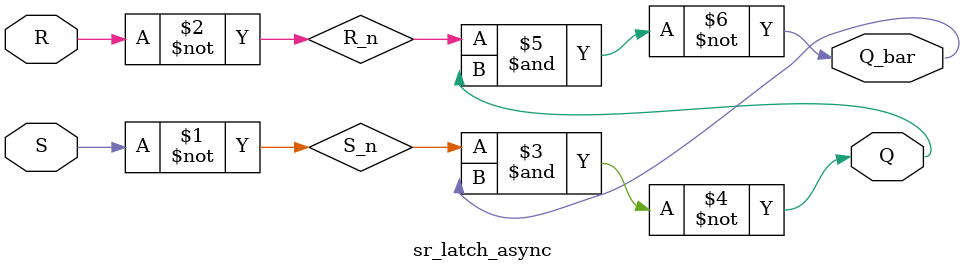
<source format=v>
module sr_latch_async (
    input  wire S,
    input  wire R,
    output wire Q,
    output wire Q_bar
);
    wire S_n;
    wire R_n;

    // Convert active-high S/R into active-low inputs for NAND latch
    assign S_n = ~S;
    assign R_n = ~R;

    // Cross-coupled NAND gate implementation
    nand (Q,     S_n, Q_bar);
    nand (Q_bar, R_n, Q);

endmodule

</source>
